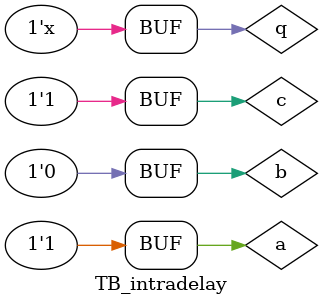
<source format=v>
`timescale 1ns / 1ns


module TB_intradelay(

    );

  reg  a, b, c, q;

  initial begin
    $monitor("[%0t] a=%0b b=%0b c=%0b q=%0b", $time, a, b, c, q);

    // Initialize all signals to 0 at time 0
    a <= 0;
    b <= 0;
    c <= 0;
    q <= 0;
    
    // Inter-assignment delay: Wait for #5 time units
    // and then assign a and c to 1. Note that 'a' and 'c'
    // gets updated at the end of current timestep
    #5  a <= 1;
    	c <= 1;

     // Intra-assignment delay: First execute the statement
    // then wait for 5 time units and then assign the evaluated
    // value to q
     q <= #5 a & b | c;
    
    #20;
  end

endmodule
</source>
